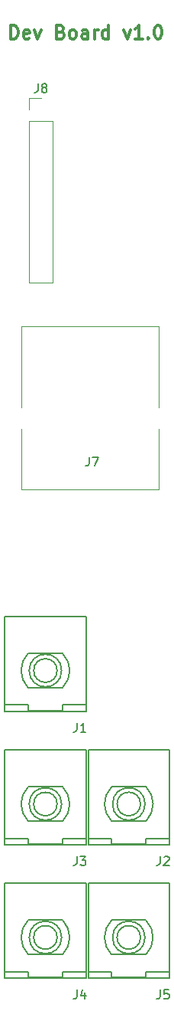
<source format=gbr>
G04 #@! TF.GenerationSoftware,KiCad,Pcbnew,(5.0.1)-4*
G04 #@! TF.CreationDate,2018-12-03T15:58:59+00:00*
G04 #@! TF.ProjectId,DevBoard,446576426F6172642E6B696361645F70,rev?*
G04 #@! TF.SameCoordinates,Original*
G04 #@! TF.FileFunction,Legend,Top*
G04 #@! TF.FilePolarity,Positive*
%FSLAX46Y46*%
G04 Gerber Fmt 4.6, Leading zero omitted, Abs format (unit mm)*
G04 Created by KiCad (PCBNEW (5.0.1)-4) date 03/12/2018 15:58:59*
%MOMM*%
%LPD*%
G01*
G04 APERTURE LIST*
%ADD10C,0.300000*%
%ADD11C,0.120000*%
%ADD12C,0.150000*%
G04 APERTURE END LIST*
D10*
X51642857Y-61678571D02*
X51642857Y-60178571D01*
X52000000Y-60178571D01*
X52214285Y-60250000D01*
X52357142Y-60392857D01*
X52428571Y-60535714D01*
X52500000Y-60821428D01*
X52500000Y-61035714D01*
X52428571Y-61321428D01*
X52357142Y-61464285D01*
X52214285Y-61607142D01*
X52000000Y-61678571D01*
X51642857Y-61678571D01*
X53714285Y-61607142D02*
X53571428Y-61678571D01*
X53285714Y-61678571D01*
X53142857Y-61607142D01*
X53071428Y-61464285D01*
X53071428Y-60892857D01*
X53142857Y-60750000D01*
X53285714Y-60678571D01*
X53571428Y-60678571D01*
X53714285Y-60750000D01*
X53785714Y-60892857D01*
X53785714Y-61035714D01*
X53071428Y-61178571D01*
X54285714Y-60678571D02*
X54642857Y-61678571D01*
X55000000Y-60678571D01*
X57214285Y-60892857D02*
X57428571Y-60964285D01*
X57500000Y-61035714D01*
X57571428Y-61178571D01*
X57571428Y-61392857D01*
X57500000Y-61535714D01*
X57428571Y-61607142D01*
X57285714Y-61678571D01*
X56714285Y-61678571D01*
X56714285Y-60178571D01*
X57214285Y-60178571D01*
X57357142Y-60250000D01*
X57428571Y-60321428D01*
X57500000Y-60464285D01*
X57500000Y-60607142D01*
X57428571Y-60750000D01*
X57357142Y-60821428D01*
X57214285Y-60892857D01*
X56714285Y-60892857D01*
X58428571Y-61678571D02*
X58285714Y-61607142D01*
X58214285Y-61535714D01*
X58142857Y-61392857D01*
X58142857Y-60964285D01*
X58214285Y-60821428D01*
X58285714Y-60750000D01*
X58428571Y-60678571D01*
X58642857Y-60678571D01*
X58785714Y-60750000D01*
X58857142Y-60821428D01*
X58928571Y-60964285D01*
X58928571Y-61392857D01*
X58857142Y-61535714D01*
X58785714Y-61607142D01*
X58642857Y-61678571D01*
X58428571Y-61678571D01*
X60214285Y-61678571D02*
X60214285Y-60892857D01*
X60142857Y-60750000D01*
X60000000Y-60678571D01*
X59714285Y-60678571D01*
X59571428Y-60750000D01*
X60214285Y-61607142D02*
X60071428Y-61678571D01*
X59714285Y-61678571D01*
X59571428Y-61607142D01*
X59500000Y-61464285D01*
X59500000Y-61321428D01*
X59571428Y-61178571D01*
X59714285Y-61107142D01*
X60071428Y-61107142D01*
X60214285Y-61035714D01*
X60928571Y-61678571D02*
X60928571Y-60678571D01*
X60928571Y-60964285D02*
X61000000Y-60821428D01*
X61071428Y-60750000D01*
X61214285Y-60678571D01*
X61357142Y-60678571D01*
X62500000Y-61678571D02*
X62500000Y-60178571D01*
X62500000Y-61607142D02*
X62357142Y-61678571D01*
X62071428Y-61678571D01*
X61928571Y-61607142D01*
X61857142Y-61535714D01*
X61785714Y-61392857D01*
X61785714Y-60964285D01*
X61857142Y-60821428D01*
X61928571Y-60750000D01*
X62071428Y-60678571D01*
X62357142Y-60678571D01*
X62500000Y-60750000D01*
X64214285Y-60678571D02*
X64571428Y-61678571D01*
X64928571Y-60678571D01*
X66285714Y-61678571D02*
X65428571Y-61678571D01*
X65857142Y-61678571D02*
X65857142Y-60178571D01*
X65714285Y-60392857D01*
X65571428Y-60535714D01*
X65428571Y-60607142D01*
X66928571Y-61535714D02*
X67000000Y-61607142D01*
X66928571Y-61678571D01*
X66857142Y-61607142D01*
X66928571Y-61535714D01*
X66928571Y-61678571D01*
X67928571Y-60178571D02*
X68071428Y-60178571D01*
X68214285Y-60250000D01*
X68285714Y-60321428D01*
X68357142Y-60464285D01*
X68428571Y-60750000D01*
X68428571Y-61107142D01*
X68357142Y-61392857D01*
X68285714Y-61535714D01*
X68214285Y-61607142D01*
X68071428Y-61678571D01*
X67928571Y-61678571D01*
X67785714Y-61607142D01*
X67714285Y-61535714D01*
X67642857Y-61392857D01*
X67571428Y-61107142D01*
X67571428Y-60750000D01*
X67642857Y-60464285D01*
X67714285Y-60321428D01*
X67785714Y-60250000D01*
X67928571Y-60178571D01*
D11*
G04 #@! TO.C,J7*
X52830000Y-104760000D02*
X52830000Y-111470000D01*
X68060000Y-104770000D02*
X68070000Y-111470000D01*
X52830000Y-93440000D02*
X52830000Y-102440000D01*
X68070000Y-93440000D02*
X52830000Y-93440000D01*
X68070000Y-93440000D02*
X68060000Y-102430000D01*
X52830000Y-111470000D02*
X68070000Y-111470000D01*
D12*
G04 #@! TO.C,J1*
X51055000Y-135310000D02*
X53595000Y-135310000D01*
X53595000Y-135310000D02*
X53595000Y-135945000D01*
X53595000Y-135945000D02*
X57405000Y-135945000D01*
X57405000Y-135945000D02*
X57405000Y-135310000D01*
X57405000Y-135310000D02*
X59945000Y-135310000D01*
X57405000Y-133405000D02*
G75*
G03X57405000Y-129595000I-1905000J1905000D01*
G01*
X53595000Y-129595000D02*
G75*
G03X53595000Y-133405000I1905000J-1905000D01*
G01*
X57405000Y-133405000D02*
X53595000Y-133405000D01*
X53595000Y-129595000D02*
X57405000Y-129595000D01*
X57296051Y-131500000D02*
G75*
G03X57296051Y-131500000I-1796051J0D01*
G01*
X60000000Y-125500000D02*
X60000000Y-136000000D01*
X51000000Y-125500000D02*
X51000000Y-136000000D01*
X51000000Y-136000000D02*
X60000000Y-136000000D01*
X51000000Y-125500000D02*
X60000000Y-125500000D01*
X56800000Y-131500000D02*
G75*
G03X56800000Y-131500000I-1300000J0D01*
G01*
G04 #@! TO.C,J2*
X66050000Y-146250000D02*
G75*
G03X66050000Y-146250000I-1300000J0D01*
G01*
X60250000Y-140250000D02*
X69250000Y-140250000D01*
X60250000Y-150750000D02*
X69250000Y-150750000D01*
X60250000Y-140250000D02*
X60250000Y-150750000D01*
X69250000Y-140250000D02*
X69250000Y-150750000D01*
X66546051Y-146250000D02*
G75*
G03X66546051Y-146250000I-1796051J0D01*
G01*
X62845000Y-144345000D02*
X66655000Y-144345000D01*
X66655000Y-148155000D02*
X62845000Y-148155000D01*
X62845000Y-144345000D02*
G75*
G03X62845000Y-148155000I1905000J-1905000D01*
G01*
X66655000Y-148155000D02*
G75*
G03X66655000Y-144345000I-1905000J1905000D01*
G01*
X66655000Y-150060000D02*
X69195000Y-150060000D01*
X66655000Y-150695000D02*
X66655000Y-150060000D01*
X62845000Y-150695000D02*
X66655000Y-150695000D01*
X62845000Y-150060000D02*
X62845000Y-150695000D01*
X60305000Y-150060000D02*
X62845000Y-150060000D01*
G04 #@! TO.C,J3*
X51055000Y-150060000D02*
X53595000Y-150060000D01*
X53595000Y-150060000D02*
X53595000Y-150695000D01*
X53595000Y-150695000D02*
X57405000Y-150695000D01*
X57405000Y-150695000D02*
X57405000Y-150060000D01*
X57405000Y-150060000D02*
X59945000Y-150060000D01*
X57405000Y-148155000D02*
G75*
G03X57405000Y-144345000I-1905000J1905000D01*
G01*
X53595000Y-144345000D02*
G75*
G03X53595000Y-148155000I1905000J-1905000D01*
G01*
X57405000Y-148155000D02*
X53595000Y-148155000D01*
X53595000Y-144345000D02*
X57405000Y-144345000D01*
X57296051Y-146250000D02*
G75*
G03X57296051Y-146250000I-1796051J0D01*
G01*
X60000000Y-140250000D02*
X60000000Y-150750000D01*
X51000000Y-140250000D02*
X51000000Y-150750000D01*
X51000000Y-150750000D02*
X60000000Y-150750000D01*
X51000000Y-140250000D02*
X60000000Y-140250000D01*
X56800000Y-146250000D02*
G75*
G03X56800000Y-146250000I-1300000J0D01*
G01*
G04 #@! TO.C,J4*
X56800000Y-161000000D02*
G75*
G03X56800000Y-161000000I-1300000J0D01*
G01*
X51000000Y-155000000D02*
X60000000Y-155000000D01*
X51000000Y-165500000D02*
X60000000Y-165500000D01*
X51000000Y-155000000D02*
X51000000Y-165500000D01*
X60000000Y-155000000D02*
X60000000Y-165500000D01*
X57296051Y-161000000D02*
G75*
G03X57296051Y-161000000I-1796051J0D01*
G01*
X53595000Y-159095000D02*
X57405000Y-159095000D01*
X57405000Y-162905000D02*
X53595000Y-162905000D01*
X53595000Y-159095000D02*
G75*
G03X53595000Y-162905000I1905000J-1905000D01*
G01*
X57405000Y-162905000D02*
G75*
G03X57405000Y-159095000I-1905000J1905000D01*
G01*
X57405000Y-164810000D02*
X59945000Y-164810000D01*
X57405000Y-165445000D02*
X57405000Y-164810000D01*
X53595000Y-165445000D02*
X57405000Y-165445000D01*
X53595000Y-164810000D02*
X53595000Y-165445000D01*
X51055000Y-164810000D02*
X53595000Y-164810000D01*
G04 #@! TO.C,J5*
X60305000Y-164810000D02*
X62845000Y-164810000D01*
X62845000Y-164810000D02*
X62845000Y-165445000D01*
X62845000Y-165445000D02*
X66655000Y-165445000D01*
X66655000Y-165445000D02*
X66655000Y-164810000D01*
X66655000Y-164810000D02*
X69195000Y-164810000D01*
X66655000Y-162905000D02*
G75*
G03X66655000Y-159095000I-1905000J1905000D01*
G01*
X62845000Y-159095000D02*
G75*
G03X62845000Y-162905000I1905000J-1905000D01*
G01*
X66655000Y-162905000D02*
X62845000Y-162905000D01*
X62845000Y-159095000D02*
X66655000Y-159095000D01*
X66546051Y-161000000D02*
G75*
G03X66546051Y-161000000I-1796051J0D01*
G01*
X69250000Y-155000000D02*
X69250000Y-165500000D01*
X60250000Y-155000000D02*
X60250000Y-165500000D01*
X60250000Y-165500000D02*
X69250000Y-165500000D01*
X60250000Y-155000000D02*
X69250000Y-155000000D01*
X66050000Y-161000000D02*
G75*
G03X66050000Y-161000000I-1300000J0D01*
G01*
D11*
G04 #@! TO.C,J8*
X53670000Y-68170000D02*
X55000000Y-68170000D01*
X53670000Y-69500000D02*
X53670000Y-68170000D01*
X53670000Y-70770000D02*
X56330000Y-70770000D01*
X56330000Y-70770000D02*
X56330000Y-88610000D01*
X53670000Y-70770000D02*
X53670000Y-88610000D01*
X53670000Y-88610000D02*
X56330000Y-88610000D01*
G04 #@! TO.C,J7*
D12*
X60366666Y-107882380D02*
X60366666Y-108596666D01*
X60319047Y-108739523D01*
X60223809Y-108834761D01*
X60080952Y-108882380D01*
X59985714Y-108882380D01*
X60747619Y-107882380D02*
X61414285Y-107882380D01*
X60985714Y-108882380D01*
G04 #@! TO.C,J1*
X58976666Y-137302380D02*
X58976666Y-138016666D01*
X58929047Y-138159523D01*
X58833809Y-138254761D01*
X58690952Y-138302380D01*
X58595714Y-138302380D01*
X59976666Y-138302380D02*
X59405238Y-138302380D01*
X59690952Y-138302380D02*
X59690952Y-137302380D01*
X59595714Y-137445238D01*
X59500476Y-137540476D01*
X59405238Y-137588095D01*
G04 #@! TO.C,J2*
X68226666Y-152052380D02*
X68226666Y-152766666D01*
X68179047Y-152909523D01*
X68083809Y-153004761D01*
X67940952Y-153052380D01*
X67845714Y-153052380D01*
X68655238Y-152147619D02*
X68702857Y-152100000D01*
X68798095Y-152052380D01*
X69036190Y-152052380D01*
X69131428Y-152100000D01*
X69179047Y-152147619D01*
X69226666Y-152242857D01*
X69226666Y-152338095D01*
X69179047Y-152480952D01*
X68607619Y-153052380D01*
X69226666Y-153052380D01*
G04 #@! TO.C,J3*
X58976666Y-152052380D02*
X58976666Y-152766666D01*
X58929047Y-152909523D01*
X58833809Y-153004761D01*
X58690952Y-153052380D01*
X58595714Y-153052380D01*
X59357619Y-152052380D02*
X59976666Y-152052380D01*
X59643333Y-152433333D01*
X59786190Y-152433333D01*
X59881428Y-152480952D01*
X59929047Y-152528571D01*
X59976666Y-152623809D01*
X59976666Y-152861904D01*
X59929047Y-152957142D01*
X59881428Y-153004761D01*
X59786190Y-153052380D01*
X59500476Y-153052380D01*
X59405238Y-153004761D01*
X59357619Y-152957142D01*
G04 #@! TO.C,J4*
X58976666Y-166802380D02*
X58976666Y-167516666D01*
X58929047Y-167659523D01*
X58833809Y-167754761D01*
X58690952Y-167802380D01*
X58595714Y-167802380D01*
X59881428Y-167135714D02*
X59881428Y-167802380D01*
X59643333Y-166754761D02*
X59405238Y-167469047D01*
X60024285Y-167469047D01*
G04 #@! TO.C,J5*
X68226666Y-166802380D02*
X68226666Y-167516666D01*
X68179047Y-167659523D01*
X68083809Y-167754761D01*
X67940952Y-167802380D01*
X67845714Y-167802380D01*
X69179047Y-166802380D02*
X68702857Y-166802380D01*
X68655238Y-167278571D01*
X68702857Y-167230952D01*
X68798095Y-167183333D01*
X69036190Y-167183333D01*
X69131428Y-167230952D01*
X69179047Y-167278571D01*
X69226666Y-167373809D01*
X69226666Y-167611904D01*
X69179047Y-167707142D01*
X69131428Y-167754761D01*
X69036190Y-167802380D01*
X68798095Y-167802380D01*
X68702857Y-167754761D01*
X68655238Y-167707142D01*
G04 #@! TO.C,J8*
X54666666Y-66622380D02*
X54666666Y-67336666D01*
X54619047Y-67479523D01*
X54523809Y-67574761D01*
X54380952Y-67622380D01*
X54285714Y-67622380D01*
X55285714Y-67050952D02*
X55190476Y-67003333D01*
X55142857Y-66955714D01*
X55095238Y-66860476D01*
X55095238Y-66812857D01*
X55142857Y-66717619D01*
X55190476Y-66670000D01*
X55285714Y-66622380D01*
X55476190Y-66622380D01*
X55571428Y-66670000D01*
X55619047Y-66717619D01*
X55666666Y-66812857D01*
X55666666Y-66860476D01*
X55619047Y-66955714D01*
X55571428Y-67003333D01*
X55476190Y-67050952D01*
X55285714Y-67050952D01*
X55190476Y-67098571D01*
X55142857Y-67146190D01*
X55095238Y-67241428D01*
X55095238Y-67431904D01*
X55142857Y-67527142D01*
X55190476Y-67574761D01*
X55285714Y-67622380D01*
X55476190Y-67622380D01*
X55571428Y-67574761D01*
X55619047Y-67527142D01*
X55666666Y-67431904D01*
X55666666Y-67241428D01*
X55619047Y-67146190D01*
X55571428Y-67098571D01*
X55476190Y-67050952D01*
G04 #@! TD*
M02*

</source>
